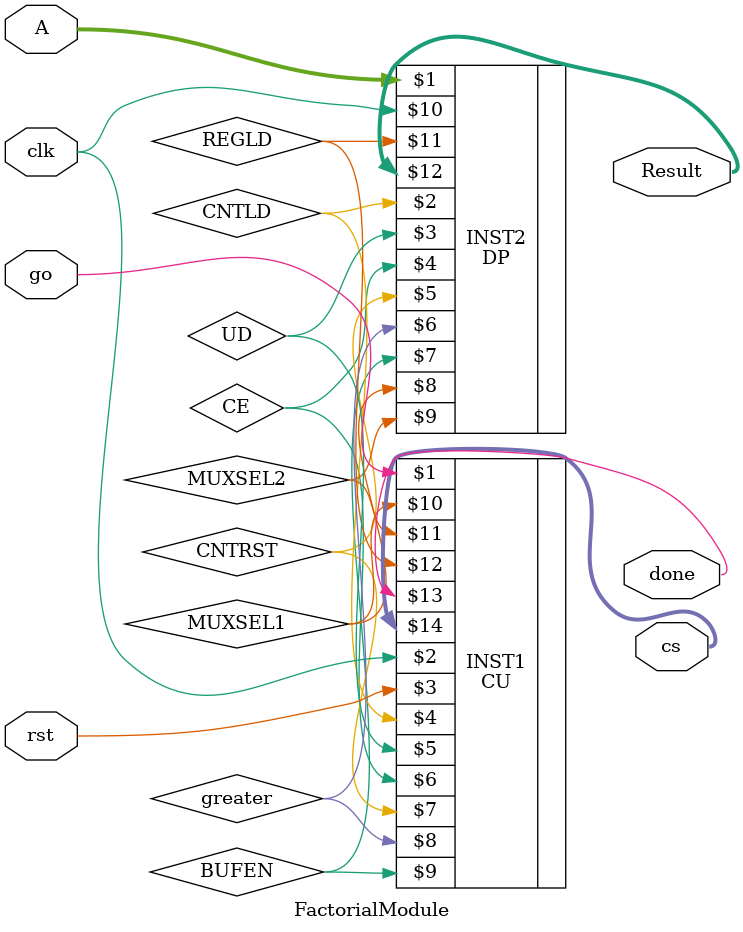
<source format=v>
`timescale 1ns / 1ps
module FactorialModule(go,clk,rst,A,Result,done,cs);

wire CNTLD,UD,CE,CNTRST,greater,BUFEN,MUXSEL1,MUXSEL2,REGLD;
input go,clk,rst;
input [3:0] A;
output done;
output [31:0] Result;
output [2:0] cs;



CU INST1(go,clk,rst,CNTLD,UD,CE,CNTRST,greater,BUFEN,MUXSEL1,MUXSEL2,REGLD,done,cs);
DP INST2(A,CNTLD,UD,CE,CNTRST,greater,BUFEN,MUXSEL1,MUXSEL2,clk,REGLD,Result);

endmodule

</source>
